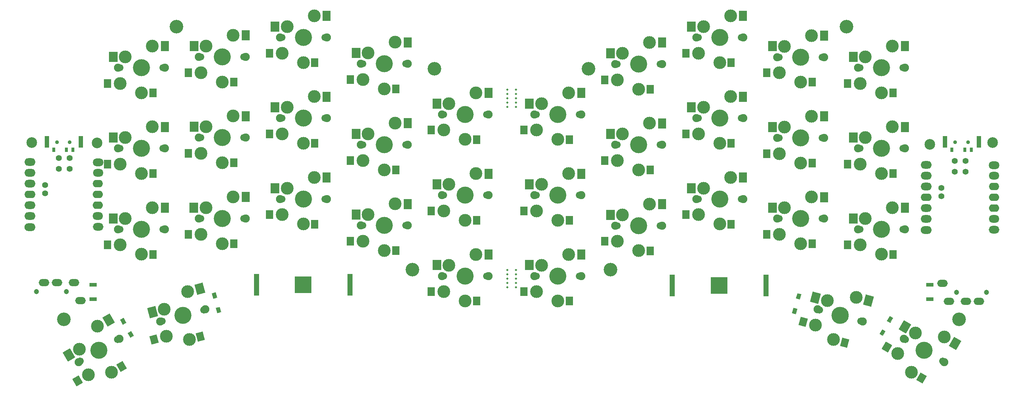
<source format=gbs>
G04 #@! TF.GenerationSoftware,KiCad,Pcbnew,(6.0.9)*
G04 #@! TF.CreationDate,2023-01-06T00:22:53-03:00*
G04 #@! TF.ProjectId,pulso - hybrid -rev2,70756c73-6f20-42d2-9068-796272696420,0.3*
G04 #@! TF.SameCoordinates,Original*
G04 #@! TF.FileFunction,Soldermask,Bot*
G04 #@! TF.FilePolarity,Negative*
%FSLAX46Y46*%
G04 Gerber Fmt 4.6, Leading zero omitted, Abs format (unit mm)*
G04 Created by KiCad (PCBNEW (6.0.9)) date 2023-01-06 00:22:53*
%MOMM*%
%LPD*%
G01*
G04 APERTURE LIST*
G04 Aperture macros list*
%AMRotRect*
0 Rectangle, with rotation*
0 The origin of the aperture is its center*
0 $1 length*
0 $2 width*
0 $3 Rotation angle, in degrees counterclockwise*
0 Add horizontal line*
21,1,$1,$2,0,0,$3*%
G04 Aperture macros list end*
%ADD10C,0.100000*%
%ADD11C,3.000000*%
%ADD12C,1.701800*%
%ADD13C,4.000000*%
%ADD14C,0.100000*%
%ADD15C,1.900000*%
%ADD16C,1.700000*%
%ADD17C,3.987800*%
%ADD18R,1.990000X2.470000*%
%ADD19R,1.730000X2.000000*%
%ADD20R,1.690000X2.020000*%
%ADD21R,1.970000X2.460000*%
%ADD22C,0.500000*%
%ADD23C,2.500000*%
%ADD24C,3.200000*%
%ADD25O,2.590000X1.790000*%
%ADD26O,2.580000X1.820000*%
%ADD27O,2.580000X1.810000*%
%ADD28O,2.580000X1.750000*%
%ADD29O,2.590000X1.780000*%
%ADD30O,2.580000X1.800000*%
%ADD31O,2.580000X1.830000*%
%ADD32O,2.490000X1.800000*%
%ADD33O,2.470000X1.810000*%
%ADD34O,2.450000X1.770000*%
%ADD35O,2.450000X1.730000*%
%ADD36O,2.430000X1.750000*%
%ADD37O,2.480000X1.800000*%
%ADD38O,2.490000X1.850000*%
%ADD39C,1.397000*%
%ADD40RotRect,1.990000X2.470000X150.000000*%
%ADD41RotRect,1.730000X2.000000X150.000000*%
%ADD42RotRect,1.970000X2.460000X150.000000*%
%ADD43RotRect,1.690000X2.020000X150.000000*%
%ADD44RotRect,1.990000X2.470000X165.000000*%
%ADD45RotRect,1.730000X2.000000X165.000000*%
%ADD46RotRect,1.970000X2.460000X165.000000*%
%ADD47RotRect,1.690000X2.020000X165.000000*%
%ADD48C,1.200000*%
%ADD49O,2.500000X1.700000*%
%ADD50R,1.700000X0.900000*%
%ADD51C,0.900000*%
%ADD52R,0.700000X1.000000*%
%ADD53R,1.000000X2.800000*%
%ADD54R,1.270000X5.080000*%
%ADD55R,3.960000X3.960000*%
%ADD56RotRect,1.990000X2.470000X15.000000*%
%ADD57RotRect,1.730000X2.000000X15.000000*%
%ADD58RotRect,1.970000X2.460000X15.000000*%
%ADD59RotRect,1.690000X2.020000X15.000000*%
%ADD60RotRect,1.990000X2.470000X30.000000*%
%ADD61RotRect,1.730000X2.000000X30.000000*%
%ADD62RotRect,1.970000X2.460000X30.000000*%
%ADD63RotRect,1.690000X2.020000X30.000000*%
G04 APERTURE END LIST*
G36*
X238455233Y-123680409D02*
G01*
X237855233Y-124719639D01*
X237119111Y-124294639D01*
X237719111Y-123255409D01*
X238455233Y-123680409D01*
G37*
D10*
X238455233Y-123680409D02*
X237855233Y-124719639D01*
X237119111Y-124294639D01*
X237719111Y-123255409D01*
X238455233Y-123680409D01*
G36*
X240230233Y-120606019D02*
G01*
X239630233Y-121645249D01*
X238894111Y-121220249D01*
X239494111Y-120181019D01*
X240230233Y-120606019D01*
G37*
X240230233Y-120606019D02*
X239630233Y-121645249D01*
X238894111Y-121220249D01*
X239494111Y-120181019D01*
X240230233Y-120606019D01*
G36*
X82525214Y-119184076D02*
G01*
X81704177Y-119404072D01*
X81393594Y-118244961D01*
X82214631Y-118024965D01*
X82525214Y-119184076D01*
G37*
X82525214Y-119184076D02*
X81704177Y-119404072D01*
X81393594Y-118244961D01*
X82214631Y-118024965D01*
X82525214Y-119184076D01*
G36*
X81606406Y-115755039D02*
G01*
X80785369Y-115975035D01*
X80474786Y-114815924D01*
X81295823Y-114595928D01*
X81606406Y-115755039D01*
G37*
X81606406Y-115755039D02*
X80785369Y-115975035D01*
X80474786Y-114815924D01*
X81295823Y-114595928D01*
X81606406Y-115755039D01*
G36*
X218669312Y-115021827D02*
G01*
X218358729Y-116180938D01*
X217537692Y-115960942D01*
X217848275Y-114801831D01*
X218669312Y-115021827D01*
G37*
X218669312Y-115021827D02*
X218358729Y-116180938D01*
X217537692Y-115960942D01*
X217848275Y-114801831D01*
X218669312Y-115021827D01*
G36*
X217750504Y-118450864D02*
G01*
X217439921Y-119609975D01*
X216618884Y-119389979D01*
X216929467Y-118230868D01*
X217750504Y-118450864D01*
G37*
X217750504Y-118450864D02*
X217439921Y-119609975D01*
X216618884Y-119389979D01*
X216929467Y-118230868D01*
X217750504Y-118450864D01*
G36*
X62055561Y-124719310D02*
G01*
X61319439Y-125144310D01*
X60719439Y-124105080D01*
X61455561Y-123680080D01*
X62055561Y-124719310D01*
G37*
X62055561Y-124719310D02*
X61319439Y-125144310D01*
X60719439Y-124105080D01*
X61455561Y-123680080D01*
X62055561Y-124719310D01*
G36*
X60280561Y-121644920D02*
G01*
X59544439Y-122069920D01*
X58944439Y-121030690D01*
X59680561Y-120605690D01*
X60280561Y-121644920D01*
G37*
X60280561Y-121644920D02*
X59544439Y-122069920D01*
X58944439Y-121030690D01*
X59680561Y-120605690D01*
X60280561Y-121644920D01*
D11*
X164165000Y-67645000D03*
X157815000Y-70184999D03*
X161625000Y-78625000D03*
D12*
X166705000Y-72725000D03*
D13*
X161625000Y-72725000D03*
D14*
X157800000Y-70145000D03*
D15*
X167125000Y-72725000D03*
D16*
X156545000Y-72725000D03*
D15*
X156125000Y-72725000D03*
D17*
X161625000Y-72725000D03*
D16*
X166705000Y-72725000D03*
D12*
X156545000Y-72725000D03*
D11*
X156625000Y-76425000D03*
D18*
X154980000Y-70170000D03*
D19*
X153660000Y-76425000D03*
D20*
X164320000Y-78635000D03*
D21*
X167110000Y-67675000D03*
D16*
X223730000Y-78250000D03*
D15*
X213150000Y-78250000D03*
X224150000Y-78250000D03*
D17*
X218650000Y-78250000D03*
D16*
X213570000Y-78250000D03*
D11*
X214840000Y-75709999D03*
X213650000Y-81950000D03*
D14*
X214825000Y-75670000D03*
D12*
X213570000Y-78250000D03*
D11*
X221190000Y-73170000D03*
D12*
X223730000Y-78250000D03*
D11*
X218650000Y-84150000D03*
D13*
X218650000Y-78250000D03*
D18*
X212005000Y-75695000D03*
D19*
X210685000Y-81950000D03*
D21*
X224135000Y-73200000D03*
D20*
X221345000Y-84160000D03*
D15*
X156125000Y-110725000D03*
D11*
X164165000Y-105645000D03*
X161625000Y-116625000D03*
D12*
X156545000Y-110725000D03*
D11*
X156625000Y-114425000D03*
D14*
X157800000Y-108145000D03*
D15*
X167125000Y-110725000D03*
D11*
X157815000Y-108184999D03*
D16*
X156545000Y-110725000D03*
D12*
X166705000Y-110725000D03*
D13*
X161625000Y-110725000D03*
D17*
X161625000Y-110725000D03*
D16*
X166705000Y-110725000D03*
D19*
X153660000Y-114425000D03*
D18*
X154980000Y-108170000D03*
D20*
X164320000Y-116635000D03*
D21*
X167110000Y-105675000D03*
D22*
X149784000Y-70982000D03*
X149784000Y-67934000D03*
X149784000Y-68950000D03*
X151816000Y-67934000D03*
X151816000Y-68950000D03*
X149784000Y-69966000D03*
X151816000Y-69966000D03*
X151816000Y-70982000D03*
X151816000Y-66918000D03*
X149784000Y-66918000D03*
D17*
X63940000Y-80733000D03*
D11*
X58940000Y-84433000D03*
D12*
X58860000Y-80733000D03*
D15*
X58440000Y-80733000D03*
D13*
X63940000Y-80733000D03*
D15*
X69440000Y-80733000D03*
D12*
X69020000Y-80733000D03*
D11*
X60130000Y-78192999D03*
D16*
X58860000Y-80733000D03*
D14*
X60115000Y-78153000D03*
D11*
X63940000Y-86633000D03*
D16*
X69020000Y-80733000D03*
D11*
X66480000Y-75653000D03*
D19*
X55975000Y-84433000D03*
D18*
X57295000Y-78178000D03*
D20*
X66635000Y-86643000D03*
D21*
X69425000Y-75683000D03*
D23*
X53500000Y-79400000D03*
D12*
X223730000Y-59250000D03*
D11*
X218650000Y-65150000D03*
D14*
X214825000Y-56670000D03*
D16*
X223730000Y-59250000D03*
D15*
X224150000Y-59250000D03*
D17*
X218650000Y-59250000D03*
D12*
X213570000Y-59250000D03*
D11*
X213650000Y-62950000D03*
D16*
X213570000Y-59250000D03*
D13*
X218650000Y-59250000D03*
D15*
X213150000Y-59250000D03*
D11*
X221190000Y-54170000D03*
X214840000Y-56709999D03*
D18*
X212005000Y-56695000D03*
D19*
X210685000Y-62950000D03*
D20*
X221345000Y-65160000D03*
D21*
X224135000Y-54200000D03*
D24*
X174029000Y-109263000D03*
D25*
X248060000Y-84625000D03*
D26*
X248065000Y-87180000D03*
D27*
X248065000Y-89715000D03*
D28*
X248065000Y-92225000D03*
D29*
X248060000Y-94780000D03*
D30*
X248065000Y-97330000D03*
D31*
X248065000Y-99885000D03*
D32*
X264040000Y-99870000D03*
D33*
X264030000Y-97335000D03*
D34*
X264020000Y-94775000D03*
D35*
X264020000Y-92215000D03*
D36*
X264010000Y-89685000D03*
D37*
X264035000Y-87170000D03*
D38*
X264040000Y-84655000D03*
D39*
X254805000Y-83678000D03*
X257345000Y-83678000D03*
X254805000Y-86218000D03*
X257345000Y-86218000D03*
X251630000Y-91933000D03*
X251630000Y-90028000D03*
D11*
X233795000Y-97192999D03*
D16*
X242685000Y-99733000D03*
X232525000Y-99733000D03*
D14*
X233780000Y-97153000D03*
D13*
X237605000Y-99733000D03*
D11*
X237605000Y-105633000D03*
D15*
X232105000Y-99733000D03*
D12*
X232525000Y-99733000D03*
D15*
X243105000Y-99733000D03*
D11*
X240145000Y-94653000D03*
X232605000Y-103433000D03*
D17*
X237605000Y-99733000D03*
D12*
X242685000Y-99733000D03*
D18*
X230960000Y-97178000D03*
D19*
X229640000Y-103433000D03*
D20*
X240300000Y-105643000D03*
D21*
X243090000Y-94683000D03*
D11*
X101920000Y-60525000D03*
D13*
X101920000Y-54625000D03*
D16*
X107000000Y-54625000D03*
D15*
X107420000Y-54625000D03*
D14*
X98095000Y-52045000D03*
D17*
X101920000Y-54625000D03*
D11*
X98110000Y-52084999D03*
D15*
X96420000Y-54625000D03*
D11*
X104460000Y-49545000D03*
D12*
X96840000Y-54625000D03*
D11*
X96920000Y-58325000D03*
D12*
X107000000Y-54625000D03*
D16*
X96840000Y-54625000D03*
D18*
X95275000Y-52070000D03*
D19*
X93955000Y-58325000D03*
D20*
X104615000Y-60535000D03*
D21*
X107405000Y-49575000D03*
D13*
X82920000Y-59193000D03*
D11*
X85460000Y-54113000D03*
D16*
X77840000Y-59193000D03*
D17*
X82920000Y-59193000D03*
D11*
X77920000Y-62893000D03*
X79110000Y-56652999D03*
D12*
X88000000Y-59193000D03*
D16*
X88000000Y-59193000D03*
D15*
X77420000Y-59193000D03*
D14*
X79095000Y-56613000D03*
D15*
X88420000Y-59193000D03*
D11*
X82920000Y-65093000D03*
D12*
X77840000Y-59193000D03*
D19*
X74955000Y-62893000D03*
D18*
X76275000Y-56638000D03*
D21*
X88405000Y-54143000D03*
D20*
X85615000Y-65103000D03*
D15*
X96420000Y-92625000D03*
X107420000Y-92625000D03*
D11*
X98110000Y-90084999D03*
X96920000Y-96325000D03*
D16*
X107000000Y-92625000D03*
D12*
X107000000Y-92625000D03*
D14*
X98095000Y-90045000D03*
D12*
X96840000Y-92625000D03*
D16*
X96840000Y-92625000D03*
D11*
X104460000Y-87545000D03*
D17*
X101920000Y-92625000D03*
D13*
X101920000Y-92625000D03*
D11*
X101920000Y-98525000D03*
D19*
X93955000Y-96325000D03*
D18*
X95275000Y-90070000D03*
D21*
X107405000Y-87575000D03*
D20*
X104615000Y-98535000D03*
D11*
X183167500Y-55807500D03*
D17*
X180627500Y-60887500D03*
D12*
X185707500Y-60887500D03*
D11*
X180627500Y-66787500D03*
D16*
X175547500Y-60887500D03*
D11*
X175627500Y-64587500D03*
X176817500Y-58347499D03*
D12*
X175547500Y-60887500D03*
D13*
X180627500Y-60887500D03*
D15*
X186127500Y-60887500D03*
D16*
X185707500Y-60887500D03*
D15*
X175127500Y-60887500D03*
D14*
X176802500Y-58307500D03*
D19*
X172662500Y-64587500D03*
D18*
X173982500Y-58332500D03*
D21*
X186112500Y-55837500D03*
D20*
X183322500Y-66797500D03*
D15*
X242811860Y-125479000D03*
D11*
X241394873Y-128933294D03*
X245545444Y-124124295D03*
X244625000Y-133338550D03*
D17*
X247575000Y-128229000D03*
D16*
X243175591Y-125689000D03*
D15*
X252338140Y-130979000D03*
D16*
X251974409Y-130769000D03*
D13*
X247575000Y-128229000D03*
D12*
X243175591Y-125689000D03*
X243175591Y-125689000D03*
X251974409Y-130769000D03*
X251974409Y-130769000D03*
D11*
X252314705Y-125099591D03*
D14*
X245552453Y-124082154D03*
D17*
X247575000Y-128229000D03*
D40*
X243097761Y-122693805D03*
D41*
X238827108Y-127450794D03*
D42*
X254850149Y-126598072D03*
D43*
X246953938Y-134694710D03*
D24*
X255817000Y-120947000D03*
D14*
X224863016Y-116518681D03*
D12*
X222990097Y-118698199D03*
D15*
X233202521Y-121424257D03*
D11*
X222102669Y-122280583D03*
X224867152Y-116561199D03*
D12*
X222983026Y-118685952D03*
X232796832Y-121315553D03*
D16*
X222983026Y-118685952D03*
D11*
X226362897Y-125699715D03*
D15*
X222577337Y-118577248D03*
D13*
X227889929Y-120000753D03*
D17*
X227897000Y-120013000D03*
D16*
X232796832Y-121315553D03*
D11*
X231658181Y-115751250D03*
D17*
X227889929Y-120000753D03*
D12*
X232803903Y-121327801D03*
D44*
X222132634Y-115812960D03*
D45*
X219238699Y-121513184D03*
D46*
X234495068Y-116542450D03*
D47*
X228963478Y-126406892D03*
D16*
X204705000Y-73625000D03*
D14*
X195800000Y-71045000D03*
D15*
X194125000Y-73625000D03*
D11*
X199625000Y-79525000D03*
D12*
X204705000Y-73625000D03*
D11*
X195815000Y-71084999D03*
D12*
X194545000Y-73625000D03*
D11*
X202165000Y-68545000D03*
D16*
X194545000Y-73625000D03*
D11*
X194625000Y-77325000D03*
D13*
X199625000Y-73625000D03*
D17*
X199625000Y-73625000D03*
D15*
X205125000Y-73625000D03*
D19*
X191660000Y-77325000D03*
D18*
X192980000Y-71070000D03*
D21*
X205110000Y-68575000D03*
D20*
X202320000Y-79535000D03*
D11*
X58940000Y-103433000D03*
X66480000Y-94653000D03*
D12*
X69020000Y-99733000D03*
D13*
X63940000Y-99733000D03*
D12*
X58860000Y-99733000D03*
D15*
X69440000Y-99733000D03*
D11*
X60130000Y-97192999D03*
D15*
X58440000Y-99733000D03*
D17*
X63940000Y-99733000D03*
D14*
X60115000Y-97153000D03*
D16*
X69020000Y-99733000D03*
D11*
X63940000Y-105633000D03*
D16*
X58860000Y-99733000D03*
D19*
X55975000Y-103433000D03*
D18*
X57295000Y-97178000D03*
D20*
X66635000Y-105643000D03*
D21*
X69425000Y-94683000D03*
D12*
X145000000Y-72725000D03*
D16*
X134840000Y-72725000D03*
X145000000Y-72725000D03*
D11*
X142460000Y-67645000D03*
D17*
X139920000Y-72725000D03*
D11*
X136110000Y-70184999D03*
X134920000Y-76425000D03*
X139920000Y-78625000D03*
D15*
X145420000Y-72725000D03*
D12*
X134840000Y-72725000D03*
D14*
X136095000Y-70145000D03*
D15*
X134420000Y-72725000D03*
D13*
X139920000Y-72725000D03*
D18*
X133275000Y-70170000D03*
D19*
X131955000Y-76425000D03*
D20*
X142615000Y-78635000D03*
D21*
X145405000Y-67675000D03*
D24*
X229401000Y-52113000D03*
D22*
X149809000Y-110359000D03*
X149809000Y-109343000D03*
X151841000Y-113407000D03*
X151841000Y-111375000D03*
X149809000Y-112391000D03*
X151841000Y-109343000D03*
X149809000Y-113407000D03*
X149809000Y-111375000D03*
X151841000Y-112391000D03*
X151841000Y-110359000D03*
D48*
X39300000Y-114425000D03*
X46300000Y-114425000D03*
D49*
X49600000Y-116525000D03*
X41100000Y-112325000D03*
X44100000Y-112325000D03*
X48100000Y-112325000D03*
D14*
X176802500Y-77307500D03*
D15*
X175127500Y-79887500D03*
D12*
X185707500Y-79887500D03*
X175547500Y-79887500D03*
D16*
X185707500Y-79887500D03*
D11*
X183167500Y-74807500D03*
X180627500Y-85787500D03*
D15*
X186127500Y-79887500D03*
D16*
X175547500Y-79887500D03*
D13*
X180627500Y-79887500D03*
D11*
X175627500Y-83587500D03*
X176817500Y-77347499D03*
D17*
X180627500Y-79887500D03*
D19*
X172662500Y-83587500D03*
D18*
X173982500Y-77332500D03*
D20*
X183322500Y-85797500D03*
D21*
X186112500Y-74837500D03*
D15*
X115420000Y-98850000D03*
D11*
X115920000Y-102550000D03*
D16*
X115840000Y-98850000D03*
D12*
X126000000Y-98850000D03*
D17*
X120920000Y-98850000D03*
D11*
X117110000Y-96309999D03*
X123460000Y-93770000D03*
D12*
X115840000Y-98850000D03*
D15*
X126420000Y-98850000D03*
D13*
X120920000Y-98850000D03*
D11*
X120920000Y-104750000D03*
D14*
X117095000Y-96270000D03*
D16*
X126000000Y-98850000D03*
D19*
X112955000Y-102550000D03*
D18*
X114275000Y-96295000D03*
D21*
X126405000Y-93800000D03*
D20*
X123615000Y-104760000D03*
D48*
X255225000Y-114550000D03*
X262225000Y-114550000D03*
D49*
X251925000Y-112450000D03*
X260425000Y-116650000D03*
X257425000Y-116650000D03*
X253425000Y-116650000D03*
D24*
X168822000Y-62019000D03*
D23*
X38225000Y-79350000D03*
D13*
X139920000Y-110725000D03*
D11*
X134920000Y-114425000D03*
X136110000Y-108184999D03*
D16*
X134840000Y-110725000D03*
D17*
X139920000Y-110725000D03*
D12*
X145000000Y-110725000D03*
D11*
X139920000Y-116625000D03*
D15*
X134420000Y-110725000D03*
X145420000Y-110725000D03*
D14*
X136095000Y-108145000D03*
D12*
X134840000Y-110725000D03*
D16*
X145000000Y-110725000D03*
D11*
X142460000Y-105645000D03*
D19*
X131955000Y-114425000D03*
D18*
X133275000Y-108170000D03*
D21*
X145405000Y-105675000D03*
D20*
X142615000Y-116635000D03*
D11*
X142460000Y-86645000D03*
X134920000Y-95425000D03*
D15*
X145420000Y-91725000D03*
D17*
X139920000Y-91725000D03*
D16*
X145000000Y-91725000D03*
D11*
X136110000Y-89184999D03*
D16*
X134840000Y-91725000D03*
D13*
X139920000Y-91725000D03*
D11*
X139920000Y-97625000D03*
D12*
X145000000Y-91725000D03*
D14*
X136095000Y-89145000D03*
D15*
X134420000Y-91725000D03*
D12*
X134840000Y-91725000D03*
D18*
X133275000Y-89170000D03*
D19*
X131955000Y-95425000D03*
D20*
X142615000Y-97635000D03*
D21*
X145405000Y-86675000D03*
D11*
X213650000Y-100950000D03*
D16*
X223730000Y-97250000D03*
D11*
X214840000Y-94709999D03*
X221190000Y-92170000D03*
X218650000Y-103150000D03*
D12*
X223730000Y-97250000D03*
D16*
X213570000Y-97250000D03*
D17*
X218650000Y-97250000D03*
D14*
X214825000Y-94670000D03*
D15*
X224150000Y-97250000D03*
X213150000Y-97250000D03*
D13*
X218650000Y-97250000D03*
D12*
X213570000Y-97250000D03*
D18*
X212005000Y-94695000D03*
D19*
X210685000Y-100950000D03*
D21*
X224135000Y-92200000D03*
D20*
X221345000Y-103160000D03*
D14*
X98095000Y-71045000D03*
D12*
X96840000Y-73625000D03*
D11*
X104460000Y-68545000D03*
D12*
X107000000Y-73625000D03*
D13*
X101920000Y-73625000D03*
D11*
X96920000Y-77325000D03*
X101920000Y-79525000D03*
D17*
X101920000Y-73625000D03*
D11*
X98110000Y-71084999D03*
D15*
X107420000Y-73625000D03*
D16*
X107000000Y-73625000D03*
D15*
X96420000Y-73625000D03*
D16*
X96840000Y-73625000D03*
D19*
X93955000Y-77325000D03*
D18*
X95275000Y-71070000D03*
D20*
X104615000Y-79535000D03*
D21*
X107405000Y-68575000D03*
D12*
X194545000Y-92625000D03*
D11*
X202165000Y-87545000D03*
X194625000Y-96325000D03*
D15*
X205125000Y-92625000D03*
D17*
X199625000Y-92625000D03*
D16*
X194545000Y-92625000D03*
D14*
X195800000Y-90045000D03*
D16*
X204705000Y-92625000D03*
D13*
X199625000Y-92625000D03*
D11*
X199625000Y-98525000D03*
D12*
X204705000Y-92625000D03*
D15*
X194125000Y-92625000D03*
D11*
X195815000Y-90084999D03*
D19*
X191660000Y-96325000D03*
D18*
X192980000Y-90070000D03*
D21*
X205110000Y-87575000D03*
D20*
X202320000Y-98535000D03*
D15*
X126420000Y-79850000D03*
D12*
X126000000Y-79850000D03*
D11*
X117110000Y-77309999D03*
D12*
X115840000Y-79850000D03*
D13*
X120920000Y-79850000D03*
D15*
X115420000Y-79850000D03*
D16*
X115840000Y-79850000D03*
D11*
X115920000Y-83550000D03*
X120920000Y-85750000D03*
X123460000Y-74770000D03*
D14*
X117095000Y-77270000D03*
D16*
X126000000Y-79850000D03*
D17*
X120920000Y-79850000D03*
D18*
X114275000Y-77295000D03*
D19*
X112955000Y-83550000D03*
D20*
X123615000Y-85760000D03*
D21*
X126405000Y-74800000D03*
D14*
X233780000Y-59153000D03*
D13*
X237605000Y-61733000D03*
D11*
X233795000Y-59192999D03*
D15*
X243105000Y-61733000D03*
D17*
X237605000Y-61733000D03*
D11*
X240145000Y-56653000D03*
X237605000Y-67633000D03*
X232605000Y-65433000D03*
D12*
X242685000Y-61733000D03*
X232525000Y-61733000D03*
D16*
X242685000Y-61733000D03*
X232525000Y-61733000D03*
D15*
X232105000Y-61733000D03*
D18*
X230960000Y-59178000D03*
D19*
X229640000Y-65433000D03*
D21*
X243090000Y-56683000D03*
D20*
X240300000Y-67643000D03*
D15*
X58440000Y-61733000D03*
D17*
X63940000Y-61733000D03*
D11*
X63940000Y-67633000D03*
D16*
X58860000Y-61733000D03*
X69020000Y-61733000D03*
D11*
X58940000Y-65433000D03*
X66480000Y-56653000D03*
D13*
X63940000Y-61733000D03*
D15*
X69440000Y-61733000D03*
D11*
X60130000Y-59192999D03*
D12*
X58860000Y-61733000D03*
X69020000Y-61733000D03*
D14*
X60115000Y-59153000D03*
D18*
X57295000Y-59178000D03*
D19*
X55975000Y-65433000D03*
D21*
X69425000Y-56683000D03*
D20*
X66635000Y-67643000D03*
D23*
X263700000Y-79325000D03*
D11*
X85460000Y-73113000D03*
X77920000Y-81893000D03*
D16*
X88000000Y-78193000D03*
D12*
X88000000Y-78193000D03*
D14*
X79095000Y-75613000D03*
D11*
X82920000Y-84093000D03*
D17*
X82920000Y-78193000D03*
D15*
X77420000Y-78193000D03*
D13*
X82920000Y-78193000D03*
D16*
X77840000Y-78193000D03*
D11*
X79110000Y-75652999D03*
D12*
X77840000Y-78193000D03*
D15*
X88420000Y-78193000D03*
D19*
X74955000Y-81893000D03*
D18*
X76275000Y-75638000D03*
D20*
X85615000Y-84103000D03*
D21*
X88405000Y-73143000D03*
D13*
X82875000Y-97200000D03*
D15*
X77375000Y-97200000D03*
D16*
X77795000Y-97200000D03*
D12*
X77795000Y-97200000D03*
D11*
X82875000Y-103100000D03*
X85415000Y-92120000D03*
D16*
X87955000Y-97200000D03*
D14*
X79050000Y-94620000D03*
D11*
X77875000Y-100900000D03*
D15*
X88375000Y-97200000D03*
D17*
X82875000Y-97200000D03*
D11*
X79065000Y-94659999D03*
D12*
X87955000Y-97200000D03*
D18*
X76230000Y-94645000D03*
D19*
X74910000Y-100900000D03*
D21*
X88360000Y-92150000D03*
D20*
X85570000Y-103110000D03*
D16*
X242685000Y-80733000D03*
D17*
X237605000Y-80733000D03*
D12*
X232525000Y-80733000D03*
D11*
X233795000Y-78192999D03*
D14*
X233780000Y-78153000D03*
D15*
X232105000Y-80733000D03*
D12*
X242685000Y-80733000D03*
D11*
X240145000Y-75653000D03*
D13*
X237605000Y-80733000D03*
D11*
X237605000Y-86633000D03*
X232605000Y-84433000D03*
D16*
X232525000Y-80733000D03*
D15*
X243105000Y-80733000D03*
D19*
X229640000Y-84433000D03*
D18*
X230960000Y-78178000D03*
D20*
X240300000Y-86643000D03*
D21*
X243090000Y-75683000D03*
D23*
X248925000Y-79800000D03*
D11*
X156625000Y-95425000D03*
D16*
X156545000Y-91725000D03*
D15*
X167125000Y-91725000D03*
D11*
X164165000Y-86645000D03*
D12*
X156545000Y-91725000D03*
D14*
X157800000Y-89145000D03*
D11*
X161625000Y-97625000D03*
D15*
X156125000Y-91725000D03*
D17*
X161625000Y-91725000D03*
D11*
X157815000Y-89184999D03*
D12*
X166705000Y-91725000D03*
D16*
X166705000Y-91725000D03*
D13*
X161625000Y-91725000D03*
D19*
X153660000Y-95425000D03*
D18*
X154980000Y-89170000D03*
D21*
X167110000Y-86675000D03*
D20*
X164320000Y-97635000D03*
D15*
X205125000Y-54625000D03*
D11*
X195815000Y-52084999D03*
D17*
X199625000Y-54625000D03*
D13*
X199625000Y-54625000D03*
D11*
X202165000Y-49545000D03*
X194625000Y-58325000D03*
D12*
X194545000Y-54625000D03*
D14*
X195800000Y-52045000D03*
D15*
X194125000Y-54625000D03*
D11*
X199625000Y-60525000D03*
D16*
X204705000Y-54625000D03*
X194545000Y-54625000D03*
D12*
X204705000Y-54625000D03*
D18*
X192980000Y-52070000D03*
D19*
X191660000Y-58325000D03*
D21*
X205110000Y-49575000D03*
D20*
X202320000Y-60535000D03*
D11*
X175627500Y-102587500D03*
D17*
X180627500Y-98887500D03*
D12*
X175547500Y-98887500D03*
D16*
X175547500Y-98887500D03*
D14*
X176802500Y-96307500D03*
D11*
X180627500Y-104787500D03*
D15*
X175127500Y-98887500D03*
D16*
X185707500Y-98887500D03*
D15*
X186127500Y-98887500D03*
D11*
X183167500Y-93807500D03*
D13*
X180627500Y-98887500D03*
D12*
X185707500Y-98887500D03*
D11*
X176817500Y-96347499D03*
D18*
X173982500Y-96332500D03*
D19*
X172662500Y-102587500D03*
D21*
X186112500Y-93837500D03*
D20*
X183322500Y-104797500D03*
D15*
X126420000Y-60850000D03*
D12*
X126000000Y-60850000D03*
D11*
X115920000Y-64550000D03*
D13*
X120920000Y-60850000D03*
D14*
X117095000Y-58270000D03*
D17*
X120920000Y-60850000D03*
D11*
X117110000Y-58309999D03*
X120920000Y-66750000D03*
X123460000Y-55770000D03*
D12*
X115840000Y-60850000D03*
D15*
X115420000Y-60850000D03*
D16*
X115840000Y-60850000D03*
X126000000Y-60850000D03*
D19*
X112955000Y-64550000D03*
D18*
X114275000Y-58295000D03*
D20*
X123615000Y-66760000D03*
D21*
X126405000Y-55800000D03*
D25*
X37760000Y-83949907D03*
D26*
X37765000Y-86504907D03*
D27*
X37765000Y-89039907D03*
D28*
X37765000Y-91549907D03*
D29*
X37760000Y-94104907D03*
D30*
X37765000Y-96654907D03*
D31*
X37765000Y-99209907D03*
D32*
X53740000Y-99194907D03*
D33*
X53730000Y-96659907D03*
D34*
X53720000Y-94099907D03*
D35*
X53720000Y-91539907D03*
D36*
X53710000Y-89009907D03*
D37*
X53735000Y-86494907D03*
D38*
X53740000Y-83979907D03*
D39*
X44505000Y-83002907D03*
X47045000Y-83002907D03*
X44505000Y-85542907D03*
X47045000Y-85542907D03*
X41330000Y-91257907D03*
X41330000Y-89352907D03*
D50*
X248914000Y-112783000D03*
X248914000Y-116183000D03*
D51*
X254875000Y-79280000D03*
X257875000Y-79230000D03*
D52*
X254125000Y-81080000D03*
X257125000Y-81080000D03*
X258625000Y-81080000D03*
D53*
X252525000Y-79180000D03*
X260475000Y-79180000D03*
D54*
X210485000Y-112950000D03*
X188515000Y-112950000D03*
D55*
X199500000Y-112950000D03*
D51*
X44100000Y-79275000D03*
X47100000Y-79225000D03*
D52*
X43350000Y-81075000D03*
X46350000Y-81075000D03*
X47850000Y-81075000D03*
D53*
X49700000Y-79175000D03*
X41750000Y-79175000D03*
D24*
X72144000Y-52113000D03*
X45728000Y-120947000D03*
D13*
X73635753Y-120005929D03*
D17*
X73648000Y-120013000D03*
D15*
X78948345Y-118582424D03*
D16*
X78542656Y-118691128D03*
D12*
X68741097Y-121327801D03*
X78554903Y-118698199D03*
D15*
X68323161Y-121429434D03*
D12*
X78542656Y-118691128D03*
D16*
X68728849Y-121320730D03*
D14*
X69273333Y-118503823D03*
D12*
X68728849Y-121320730D03*
D11*
X74774403Y-114441625D03*
X69298175Y-118538577D03*
D17*
X73635753Y-120005929D03*
D11*
X75162785Y-125704891D03*
X69763754Y-124873950D03*
D56*
X66555893Y-119257841D03*
D57*
X66899784Y-125641348D03*
D58*
X77626820Y-113708381D03*
D59*
X77768543Y-125017033D03*
D24*
X127516000Y-109263000D03*
D11*
X56920000Y-133338550D03*
D12*
X49570591Y-130769000D03*
D17*
X53970000Y-128229000D03*
D12*
X49570591Y-130769000D03*
D17*
X53970000Y-128229000D03*
D15*
X58733140Y-125479000D03*
D16*
X58369409Y-125689000D03*
X49570591Y-130769000D03*
D11*
X49400443Y-127934295D03*
D12*
X58369409Y-125689000D03*
D11*
X53629705Y-122559591D03*
D14*
X49367453Y-127907154D03*
D12*
X58369409Y-125689000D03*
D13*
X53970000Y-128229000D03*
D15*
X49206860Y-130979000D03*
D11*
X51489873Y-133933294D03*
D60*
X46937761Y-129338805D03*
D61*
X48922108Y-135415794D03*
D62*
X56195149Y-121113072D03*
D63*
X59258938Y-131999710D03*
D24*
X132723000Y-62019000D03*
D54*
X90915000Y-112800000D03*
X112885000Y-112800000D03*
D55*
X101900000Y-112800000D03*
D50*
X52629000Y-112783000D03*
X52629000Y-116183000D03*
M02*

</source>
